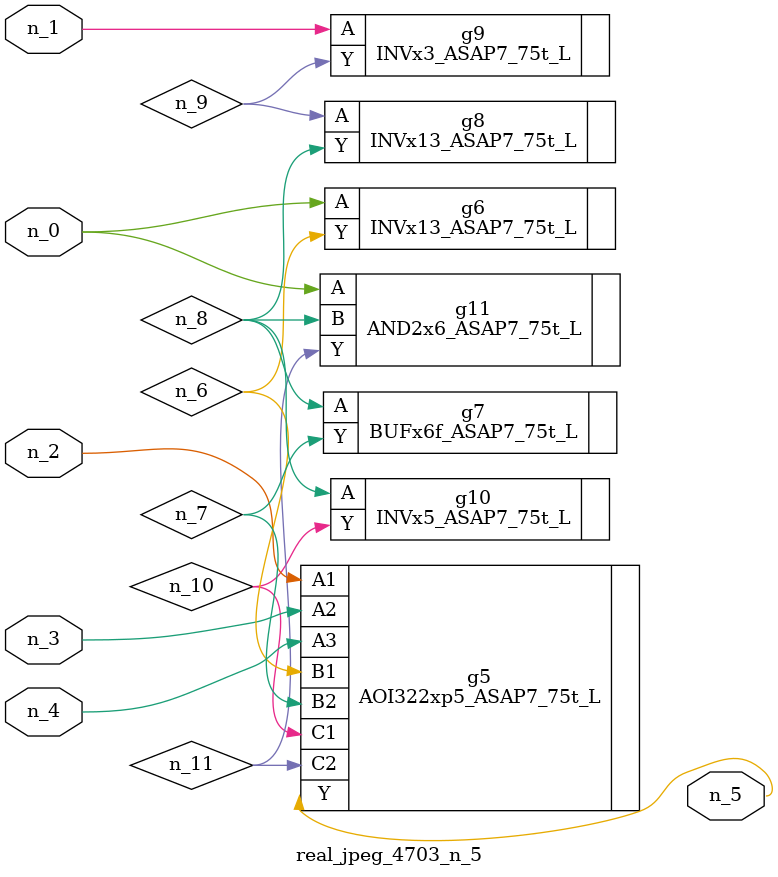
<source format=v>
module real_jpeg_4703_n_5 (n_4, n_0, n_1, n_2, n_3, n_5);

input n_4;
input n_0;
input n_1;
input n_2;
input n_3;

output n_5;

wire n_8;
wire n_11;
wire n_6;
wire n_7;
wire n_10;
wire n_9;

INVx13_ASAP7_75t_L g6 ( 
.A(n_0),
.Y(n_6)
);

AND2x6_ASAP7_75t_L g11 ( 
.A(n_0),
.B(n_8),
.Y(n_11)
);

INVx3_ASAP7_75t_L g9 ( 
.A(n_1),
.Y(n_9)
);

AOI322xp5_ASAP7_75t_L g5 ( 
.A1(n_2),
.A2(n_3),
.A3(n_4),
.B1(n_6),
.B2(n_7),
.C1(n_10),
.C2(n_11),
.Y(n_5)
);

BUFx6f_ASAP7_75t_L g7 ( 
.A(n_8),
.Y(n_7)
);

INVx5_ASAP7_75t_L g10 ( 
.A(n_8),
.Y(n_10)
);

INVx13_ASAP7_75t_L g8 ( 
.A(n_9),
.Y(n_8)
);


endmodule
</source>
